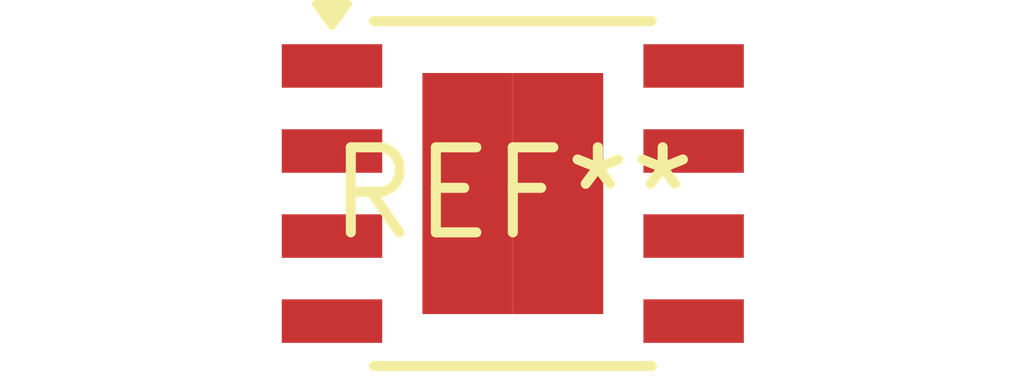
<source format=kicad_pcb>
(kicad_pcb (version 20240108) (generator pcbnew)
  (layers (0 "F.Cu" signal) (31 "B.Cu" signal) (34 "B.Paste" user) (35 "F.Paste" user) (36 "B.SilkS" user "B.Silkscreen") (37 "F.SilkS" user "F.Silkscreen") (38 "B.Mask" user) (39 "F.Mask" user) (44 "Edge.Cuts" user))
  (net 0 "")
  (footprint "Diodes_PSOP-8" (layer "F.Cu") (at 0 0)
    (property "Reference" "REF**")
    (property "Value" "Diodes_PSOP-8")
    (fp_line (start -2.075 -2.575) (end 2.075 -2.575) (layer "F.SilkS") (stroke (width 0.15)))
    (fp_line (start -2.075 2.575) (end 2.075 2.575) (layer "F.SilkS") (stroke (width 0.15)))
    (fp_poly (pts (xy -2.7 -2.5) (xy -2.94 -2.83) (xy -2.46 -2.83) (xy -2.7 -2.5)) (layer "F.SilkS") (stroke (width 0.12)) (fill solid))
    (pad "1" smd rect (at -2.7 -1.905) (size 1.5 0.65) (layers "F.Cu" "F.Paste" "F.Mask"))
    (pad "2" smd rect (at -2.7 -0.635) (size 1.5 0.65) (layers "F.Cu" "F.Paste" "F.Mask"))
    (pad "3" smd rect (at -2.7 0.635) (size 1.5 0.65) (layers "F.Cu" "F.Paste" "F.Mask"))
    (pad "4" smd rect (at -2.7 1.905) (size 1.5 0.65) (layers "F.Cu" "F.Paste" "F.Mask"))
    (pad "5" smd rect (at 2.7 1.905) (size 1.5 0.65) (layers "F.Cu" "F.Paste" "F.Mask"))
    (pad "6" smd rect (at 2.7 0.635) (size 1.5 0.65) (layers "F.Cu" "F.Paste" "F.Mask"))
    (pad "7" smd rect (at 2.7 -0.635) (size 1.5 0.65) (layers "F.Cu" "F.Paste" "F.Mask"))
    (pad "8" smd rect (at 2.7 -1.905) (size 1.5 0.65) (layers "F.Cu" "F.Paste" "F.Mask"))
    (pad "9" smd rect (at -0.675 -0.9) (size 1.35 1.8) (layers "F.Cu" "F.Paste" "F.Mask"))
    (pad "9" smd rect (at -0.675 0.9) (size 1.35 1.8) (layers "F.Cu" "F.Paste" "F.Mask"))
    (pad "9" smd rect (at 0.675 -0.9) (size 1.35 1.8) (layers "F.Cu" "F.Paste" "F.Mask"))
    (pad "9" smd rect (at 0.675 0.9) (size 1.35 1.8) (layers "F.Cu" "F.Paste" "F.Mask"))
  )
)
</source>
